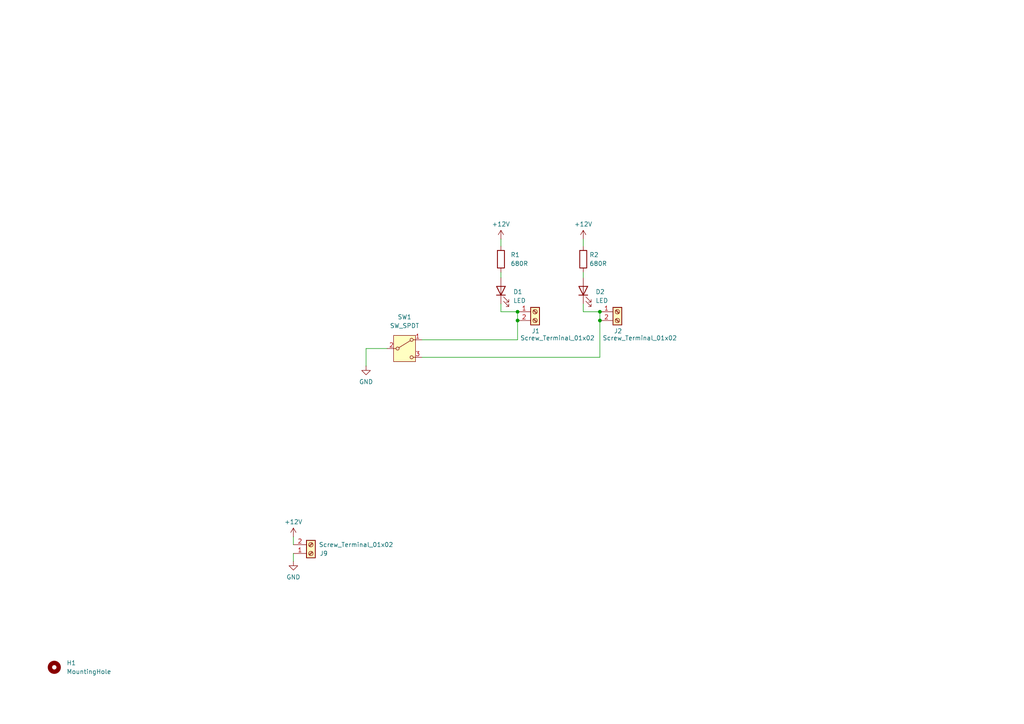
<source format=kicad_sch>
(kicad_sch (version 20250114) (generator "eeschema") (generator_version "9.0")
  (paper "A4")
  (title_block (title "Amp Switcher - 2-way Control Matrix (alternate)") (date "2025-03-17") (rev "1.0") (comment 3 "SPDX-FileCopyrightText: 2025 Arnaud Ferraris <aferraris@debian.org>") (comment 4 "SPDX-License-Identifier: CERN-OHL-S-2.0+"))
  (lib_symbols
    (symbol "Connector:Screw_Terminal_01x02" (pin_names (offset 1.016) (hide yes))
      (property "Reference" "J" (at 0 2.54 0))
      (property "Value" "Screw_Terminal_01x02" (at 0 -5.08 0))
      (symbol "Screw_Terminal_01x02_1_1"
        (rectangle (start -1.27 1.27) (end 1.27 -3.81) (stroke (width 0.254)) (fill (type background)))
        (polyline (pts (xy -0.5334 0.3302) (xy 0.3302 -0.508)) (stroke (width 0.1524)))
        (polyline (pts (xy -0.5334 -2.2098) (xy 0.3302 -3.048)) (stroke (width 0.1524)))
        (polyline (pts (xy -0.3556 0.508) (xy 0.508 -0.3302)) (stroke (width 0.1524)))
        (polyline (pts (xy -0.3556 -2.032) (xy 0.508 -2.8702)) (stroke (width 0.1524)))
        (circle (center 0 0) (radius 0.635) (stroke (width 0.1524)))
        (circle (center 0 -2.54) (radius 0.635) (stroke (width 0.1524)))
        (pin passive line (at -5.08 0 0) (length 3.81) (name "Pin_1") (number "1"))
        (pin passive line (at -5.08 -2.54 0) (length 3.81) (name "Pin_2") (number "2"))
      )
    )
    (symbol "Device:LED" (pin_numbers (hide yes)) (pin_names (offset 1.016) (hide yes))
      (property "Reference" "D" (at 0 2.54 0))
      (property "Value" "LED" (at 0 -2.54 0))
      (symbol "LED_0_1"
        (polyline (pts (xy -3.048 -0.762) (xy -4.572 -2.286) (xy -3.81 -2.286) (xy -4.572 -2.286) (xy -4.572 -1.524)))
        (polyline (pts (xy -1.778 -0.762) (xy -3.302 -2.286) (xy -2.54 -2.286) (xy -3.302 -2.286) (xy -3.302 -1.524)))
        (polyline (pts (xy -1.27 0) (xy 1.27 0)))
        (polyline (pts (xy -1.27 -1.27) (xy -1.27 1.27)) (stroke (width 0.254)))
        (polyline (pts (xy 1.27 -1.27) (xy 1.27 1.27) (xy -1.27 0) (xy 1.27 -1.27)) (stroke (width 0.254)))
      )
      (symbol "LED_1_1"
        (pin passive line (at -3.81 0 0) (length 2.54) (name "K") (number "1"))
        (pin passive line (at 3.81 0 180) (length 2.54) (name "A") (number "2"))
      )
    )
    (symbol "Device:R" (pin_numbers (hide yes)) (pin_names (offset 0))
      (property "Reference" "R" (at 2.032 0 90))
      (property "Value" "R" (at 0 0 90))
      (symbol "R_0_1"
        (rectangle (start -1.016 -2.54) (end 1.016 2.54) (stroke (width 0.254)))
      )
      (symbol "R_1_1"
        (pin passive line (at 0 3.81 270) (length 1.27) (name "~") (number "1"))
        (pin passive line (at 0 -3.81 90) (length 1.27) (name "~") (number "2"))
      )
    )
    (symbol "Mechanical:MountingHole" (pin_names (offset 1.016)) (exclude_from_sim yes) (in_bom no)
      (property "Reference" "H" (at 0 5.08 0))
      (property "Value" "MountingHole" (at 0 3.175 0))
      (symbol "MountingHole_0_1"
        (circle (center 0 0) (radius 1.27) (stroke (width 1.27)))
      )
    )
    (symbol "Switch:SW_SPDT" (pin_names (offset 0) (hide yes))
      (property "Reference" "SW" (at 0 5.08 0))
      (property "Value" "SW_SPDT" (at 0 -5.08 0))
      (symbol "SW_SPDT_0_1"
        (circle (center -2.032 0) (radius 0.4572))
        (polyline (pts (xy -1.651 0.254) (xy 1.651 2.286)))
        (circle (center 2.032 2.54) (radius 0.4572))
        (circle (center 2.032 -2.54) (radius 0.4572))
      )
      (symbol "SW_SPDT_1_1"
        (rectangle (start -3.175 3.81) (end 3.175 -3.81) (fill (type background)))
        (pin passive line (at -5.08 0 0) (length 2.54) (name "B") (number "2"))
        (pin passive line (at 5.08 2.54 180) (length 2.54) (name "A") (number "1"))
        (pin passive line (at 5.08 -2.54 180) (length 2.54) (name "C") (number "3"))
      )
    )
    (symbol "power:+12V" (power) (pin_numbers (hide yes)) (pin_names (offset 0) (hide yes))
      (property "Value" "+12V" (at 0 3.556 0))
      (symbol "+12V_0_1"
        (polyline (pts (xy -0.762 1.27) (xy 0 2.54)))
        (polyline (pts (xy 0 2.54) (xy 0.762 1.27)))
        (polyline (pts (xy 0 0) (xy 0 2.54)))
      )
      (symbol "+12V_1_1"
        (pin power_in line (at 0 0 90) (length 0) (name "~") (number "1"))
      )
    )
    (symbol "power:GND" (power) (pin_numbers (hide yes)) (pin_names (offset 0) (hide yes))
      (property "Value" "GND" (at 0 -3.81 0))
      (symbol "GND_0_1"
        (polyline (pts (xy 0 0) (xy 0 -1.27) (xy 1.27 -1.27) (xy 0 -2.54) (xy -1.27 -1.27) (xy 0 -1.27)))
      )
      (symbol "GND_1_1"
        (pin power_in line (at 0 0 270) (length 0) (name "~") (number "1"))
      )
    )
  )
  (junction (at 173.99 90.424))
  (junction (at 150.114 90.424))
  (junction (at 150.114 92.964))
  (junction (at 173.99 92.964))
  (wire (pts (xy 145.288 69.342) (xy 145.288 71.374)))
  (wire (pts (xy 85.09 160.528) (xy 85.09 162.814)))
  (wire (pts (xy 173.99 90.424) (xy 173.99 92.964)))
  (wire (pts (xy 106.172 101.092) (xy 106.172 106.172)))
  (wire (pts (xy 169.164 90.424) (xy 173.99 90.424)))
  (wire (pts (xy 122.428 103.632) (xy 173.99 103.632)))
  (wire (pts (xy 169.164 78.994) (xy 169.164 80.518)))
  (wire (pts (xy 145.288 90.424) (xy 150.114 90.424)))
  (wire (pts (xy 122.428 98.552) (xy 150.114 98.552)))
  (wire (pts (xy 169.164 69.342) (xy 169.164 71.374)))
  (wire (pts (xy 150.114 90.424) (xy 150.114 92.964)))
  (wire (pts (xy 173.99 103.632) (xy 173.99 92.964)))
  (wire (pts (xy 145.288 88.138) (xy 145.288 90.424)))
  (wire (pts (xy 169.164 88.138) (xy 169.164 90.424)))
  (wire (pts (xy 145.288 78.994) (xy 145.288 80.518)))
  (wire (pts (xy 106.172 101.092) (xy 112.268 101.092)))
  (wire (pts (xy 150.114 98.552) (xy 150.114 92.964)))
  (wire (pts (xy 85.09 155.702) (xy 85.09 157.988)))
  (symbol (lib_id "Connector:Screw_Terminal_01x02") (at 90.17 160.528 0) (mirror x) (unit 1)
    (property "Reference" "J9" (at 92.71 160.528 0) (effects (justify left)))
    (property "Value" "Screw_Terminal_01x02" (at 92.456 157.988 0) (effects (justify left)))
    (property "Footprint" "TerminalBlock:TerminalBlock_bornier-2_P5.08mm" (effects (hide yes)))
    (property "Description" "Generic screw terminal, single row, 01x02, script generated (kicad-library-utils/schlib/autogen/connector/)" (effects (hide yes)))
  )
  (symbol (lib_id "Connector:Screw_Terminal_01x02") (at 155.194 90.424 0) (unit 1)
    (property "Reference" "J1" (at 154.178 96.012 0) (effects (justify left)))
    (property "Value" "Screw_Terminal_01x02" (at 150.876 98.044 0) (effects (justify left)))
    (property "Footprint" "TerminalBlock:TerminalBlock_bornier-2_P5.08mm" (effects (hide yes)))
    (property "Description" "Generic screw terminal, single row, 01x02, script generated (kicad-library-utils/schlib/autogen/connector/)" (effects (hide yes)))
  )
  (symbol (lib_id "Connector:Screw_Terminal_01x02") (at 179.07 90.424 0) (unit 1)
    (property "Reference" "J2" (at 178.054 96.012 0) (effects (justify left)))
    (property "Value" "Screw_Terminal_01x02" (at 174.752 98.044 0) (effects (justify left)))
    (property "Footprint" "TerminalBlock:TerminalBlock_bornier-2_P5.08mm" (effects (hide yes)))
    (property "Description" "Generic screw terminal, single row, 01x02, script generated (kicad-library-utils/schlib/autogen/connector/)" (effects (hide yes)))
  )
  (symbol (lib_id "power:GND") (at 106.172 106.172 0) (unit 1)
    (property "Reference" "#PWR02" (effects (hide yes)))
    (property "Value" "GND" (at 106.172 110.744 0))
    (property "Description" "Power symbol creates a global label with name \"GND\" , ground" (effects (hide yes)))
  )
  (symbol (lib_id "Device:LED") (at 169.164 84.328 90) (unit 1)
    (property "Reference" "D2" (at 172.72 84.6454 90) (effects (justify right)))
    (property "Value" "LED" (at 172.72 87.1854 90) (effects (justify right)))
    (property "Footprint" "LED_THT:LED_D3.0mm" (effects (hide yes)))
    (property "Description" "Light emitting diode" (effects (hide yes)))
    (property "Sim.Pins" "1=K 2=A" (effects (hide yes)))
  )
  (symbol (lib_id "Switch:SW_SPDT") (at 117.348 101.092 0) (unit 1)
    (property "Reference" "SW1" (at 117.348 91.948 0))
    (property "Value" "SW_SPDT" (at 117.348 94.488 0))
    (property "Footprint" "Personal_Footprints:SPDT_Toggle" (effects (hide yes)))
    (property "Description" "Switch, single pole double throw" (effects (hide yes)))
  )
  (symbol (lib_id "power:+12V") (at 145.288 69.342 0) (unit 1)
    (property "Reference" "#PWR01" (effects (hide yes)))
    (property "Value" "+12V" (at 145.288 65.024 0))
    (property "Description" "Power symbol creates a global label with name \"+12V\"" (effects (hide yes)))
  )
  (symbol (lib_id "power:+12V") (at 85.09 155.702 0) (unit 1)
    (property "Reference" "#PWR010" (effects (hide yes)))
    (property "Value" "+12V" (at 85.09 151.384 0))
    (property "Description" "Power symbol creates a global label with name \"+12V\"" (effects (hide yes)))
  )
  (symbol (lib_id "Device:LED") (at 145.288 84.328 90) (unit 1)
    (property "Reference" "D1" (at 148.844 84.6454 90) (effects (justify right)))
    (property "Value" "LED" (at 148.844 87.1854 90) (effects (justify right)))
    (property "Footprint" "LED_THT:LED_D3.0mm" (effects (hide yes)))
    (property "Description" "Light emitting diode" (effects (hide yes)))
    (property "Sim.Pins" "1=K 2=A" (effects (hide yes)))
  )
  (symbol (lib_id "power:GND") (at 85.09 162.814 0) (unit 1)
    (property "Reference" "#PWR011" (effects (hide yes)))
    (property "Value" "GND" (at 85.09 167.386 0))
    (property "Description" "Power symbol creates a global label with name \"GND\" , ground" (effects (hide yes)))
  )
  (symbol (lib_id "Device:R") (at 145.288 75.184 0) (unit 1)
    (property "Reference" "R1" (at 148.082 73.9139 0) (effects (justify left)))
    (property "Value" "680R" (at 148.082 76.4539 0) (effects (justify left)))
    (property "Footprint" "Resistor_THT:R_Axial_DIN0207_L6.3mm_D2.5mm_P7.62mm_Horizontal" (effects (hide yes)))
    (property "Description" "Resistor" (effects (hide yes)))
  )
  (symbol (lib_id "Device:R") (at 169.164 75.184 0) (unit 1)
    (property "Reference" "R2" (at 170.942 73.9139 0) (effects (justify left)))
    (property "Value" "680R" (at 170.942 76.4539 0) (effects (justify left)))
    (property "Footprint" "Resistor_THT:R_Axial_DIN0207_L6.3mm_D2.5mm_P7.62mm_Horizontal" (effects (hide yes)))
    (property "Description" "Resistor" (effects (hide yes)))
  )
  (symbol (lib_id "power:+12V") (at 169.164 69.342 0) (unit 1)
    (property "Reference" "#PWR03" (effects (hide yes)))
    (property "Value" "+12V" (at 169.164 65.024 0))
    (property "Description" "Power symbol creates a global label with name \"+12V\"" (effects (hide yes)))
  )
  (symbol (lib_id "Mechanical:MountingHole") (at 15.748 193.548 0) (unit 1) (exclude_from_sim yes) (in_bom no)
    (property "Reference" "H1" (at 19.304 192.2779 0) (effects (justify left)))
    (property "Value" "MountingHole" (at 19.304 194.8179 0) (effects (justify left)))
    (property "Footprint" "MountingHole:MountingHole_3.2mm_M3" (effects (hide yes)))
    (property "Description" "Mounting Hole without connection" (effects (hide yes)))
  )
)
</source>
